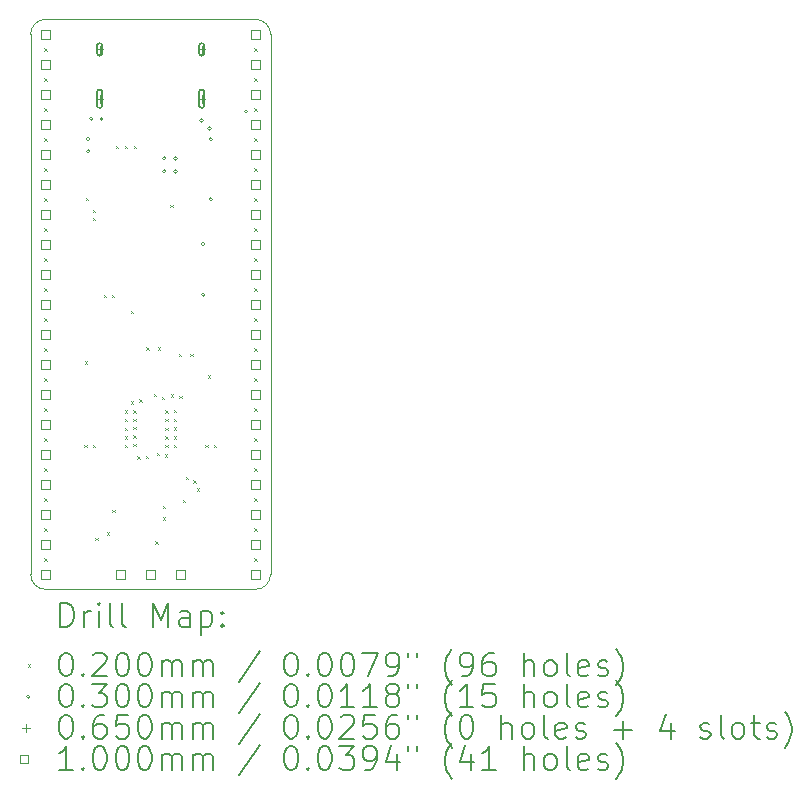
<source format=gbr>
%FSLAX45Y45*%
G04 Gerber Fmt 4.5, Leading zero omitted, Abs format (unit mm)*
G04 Created by KiCad (PCBNEW (6.0.4)) date 2022-05-17 13:59:52*
%MOMM*%
%LPD*%
G01*
G04 APERTURE LIST*
%TA.AperFunction,Profile*%
%ADD10C,0.100000*%
%TD*%
%ADD11C,0.200000*%
%ADD12C,0.020000*%
%ADD13C,0.030000*%
%ADD14C,0.065000*%
%ADD15C,0.100000*%
G04 APERTURE END LIST*
D10*
X13802000Y-2676000D02*
G75*
G03*
X13675000Y-2803000I0J-127000D01*
G01*
X15707000Y-2803000D02*
G75*
G03*
X15580000Y-2676000I-127000J0D01*
G01*
X13675000Y-2803000D02*
X13675000Y-7375000D01*
X15707000Y-7375000D02*
X15707000Y-2803000D01*
X15580000Y-2676000D02*
X13802000Y-2676000D01*
X15580000Y-7502000D02*
G75*
G03*
X15707000Y-7375000I0J127000D01*
G01*
X13675000Y-7375000D02*
G75*
G03*
X13802000Y-7502000I127000J0D01*
G01*
X13802000Y-7502000D02*
X15580000Y-7502000D01*
D11*
D12*
X13792000Y-2920000D02*
X13812000Y-2940000D01*
X13812000Y-2920000D02*
X13792000Y-2940000D01*
X13792000Y-3174000D02*
X13812000Y-3194000D01*
X13812000Y-3174000D02*
X13792000Y-3194000D01*
X13792000Y-3428000D02*
X13812000Y-3448000D01*
X13812000Y-3428000D02*
X13792000Y-3448000D01*
X13792000Y-3682000D02*
X13812000Y-3702000D01*
X13812000Y-3682000D02*
X13792000Y-3702000D01*
X13792000Y-3936000D02*
X13812000Y-3956000D01*
X13812000Y-3936000D02*
X13792000Y-3956000D01*
X13792000Y-4190000D02*
X13812000Y-4210000D01*
X13812000Y-4190000D02*
X13792000Y-4210000D01*
X13792000Y-4444000D02*
X13812000Y-4464000D01*
X13812000Y-4444000D02*
X13792000Y-4464000D01*
X13792000Y-4698000D02*
X13812000Y-4718000D01*
X13812000Y-4698000D02*
X13792000Y-4718000D01*
X13792000Y-4952000D02*
X13812000Y-4972000D01*
X13812000Y-4952000D02*
X13792000Y-4972000D01*
X13792000Y-5206000D02*
X13812000Y-5226000D01*
X13812000Y-5206000D02*
X13792000Y-5226000D01*
X13792000Y-5460000D02*
X13812000Y-5480000D01*
X13812000Y-5460000D02*
X13792000Y-5480000D01*
X13792000Y-5714000D02*
X13812000Y-5734000D01*
X13812000Y-5714000D02*
X13792000Y-5734000D01*
X13792000Y-5968000D02*
X13812000Y-5988000D01*
X13812000Y-5968000D02*
X13792000Y-5988000D01*
X13792000Y-6222000D02*
X13812000Y-6242000D01*
X13812000Y-6222000D02*
X13792000Y-6242000D01*
X13792000Y-6476000D02*
X13812000Y-6496000D01*
X13812000Y-6476000D02*
X13792000Y-6496000D01*
X13792000Y-6730000D02*
X13812000Y-6750000D01*
X13812000Y-6730000D02*
X13792000Y-6750000D01*
X13792000Y-6984000D02*
X13812000Y-7004000D01*
X13812000Y-6984000D02*
X13792000Y-7004000D01*
X13792000Y-7238000D02*
X13812000Y-7258000D01*
X13812000Y-7238000D02*
X13792000Y-7258000D01*
X14130000Y-6279000D02*
X14150000Y-6299000D01*
X14150000Y-6279000D02*
X14130000Y-6299000D01*
X14136000Y-5572000D02*
X14156000Y-5592000D01*
X14156000Y-5572000D02*
X14136000Y-5592000D01*
X14145000Y-4188000D02*
X14165000Y-4208000D01*
X14165000Y-4188000D02*
X14145000Y-4208000D01*
X14202000Y-6279000D02*
X14222000Y-6299000D01*
X14222000Y-6279000D02*
X14202000Y-6299000D01*
X14203000Y-4286000D02*
X14223000Y-4306000D01*
X14223000Y-4286000D02*
X14203000Y-4306000D01*
X14203000Y-4358000D02*
X14223000Y-4378000D01*
X14223000Y-4358000D02*
X14203000Y-4378000D01*
X14223000Y-7064000D02*
X14243000Y-7084000D01*
X14243000Y-7064000D02*
X14223000Y-7084000D01*
X14293000Y-5008000D02*
X14313000Y-5028000D01*
X14313000Y-5008000D02*
X14293000Y-5028000D01*
X14322000Y-7019000D02*
X14342000Y-7039000D01*
X14342000Y-7019000D02*
X14322000Y-7039000D01*
X14365000Y-5007000D02*
X14385000Y-5027000D01*
X14385000Y-5007000D02*
X14365000Y-5027000D01*
X14366000Y-6831000D02*
X14386000Y-6851000D01*
X14386000Y-6831000D02*
X14366000Y-6851000D01*
X14399000Y-3748000D02*
X14419000Y-3768000D01*
X14419000Y-3748000D02*
X14399000Y-3768000D01*
X14472000Y-6059000D02*
X14492000Y-6079000D01*
X14492000Y-6059000D02*
X14472000Y-6079000D01*
X14473000Y-5986000D02*
X14493000Y-6006000D01*
X14493000Y-5986000D02*
X14473000Y-6006000D01*
X14473000Y-6133000D02*
X14493000Y-6153000D01*
X14493000Y-6133000D02*
X14473000Y-6153000D01*
X14473000Y-6205000D02*
X14493000Y-6225000D01*
X14493000Y-6205000D02*
X14473000Y-6225000D01*
X14473000Y-6278000D02*
X14493000Y-6298000D01*
X14493000Y-6278000D02*
X14473000Y-6298000D01*
X14475000Y-3748000D02*
X14495000Y-3768000D01*
X14495000Y-3748000D02*
X14475000Y-3768000D01*
X14521000Y-5143000D02*
X14541000Y-5163000D01*
X14541000Y-5143000D02*
X14521000Y-5163000D01*
X14524000Y-5911000D02*
X14544000Y-5931000D01*
X14544000Y-5911000D02*
X14524000Y-5931000D01*
X14546000Y-5985000D02*
X14566000Y-6005000D01*
X14566000Y-5985000D02*
X14546000Y-6005000D01*
X14546000Y-6055750D02*
X14566000Y-6075750D01*
X14566000Y-6055750D02*
X14546000Y-6075750D01*
X14546000Y-6126500D02*
X14566000Y-6146500D01*
X14566000Y-6126500D02*
X14546000Y-6146500D01*
X14546000Y-6197250D02*
X14566000Y-6217250D01*
X14566000Y-6197250D02*
X14546000Y-6217250D01*
X14546000Y-6268000D02*
X14566000Y-6288000D01*
X14566000Y-6268000D02*
X14546000Y-6288000D01*
X14551000Y-3748000D02*
X14571000Y-3768000D01*
X14571000Y-3748000D02*
X14551000Y-3768000D01*
X14578309Y-6374010D02*
X14598309Y-6394010D01*
X14598309Y-6374010D02*
X14578309Y-6394010D01*
X14594240Y-5891792D02*
X14614240Y-5911792D01*
X14614240Y-5891792D02*
X14594240Y-5911792D01*
X14653000Y-6371000D02*
X14673000Y-6391000D01*
X14673000Y-6371000D02*
X14653000Y-6391000D01*
X14654000Y-5452000D02*
X14674000Y-5472000D01*
X14674000Y-5452000D02*
X14654000Y-5472000D01*
X14717000Y-5844000D02*
X14737000Y-5864000D01*
X14737000Y-5844000D02*
X14717000Y-5864000D01*
X14730000Y-7096000D02*
X14750000Y-7116000D01*
X14750000Y-7096000D02*
X14730000Y-7116000D01*
X14742000Y-6345000D02*
X14762000Y-6365000D01*
X14762000Y-6345000D02*
X14742000Y-6365000D01*
X14750000Y-5452000D02*
X14770000Y-5472000D01*
X14770000Y-5452000D02*
X14750000Y-5472000D01*
X14784000Y-5871000D02*
X14804000Y-5891000D01*
X14804000Y-5871000D02*
X14784000Y-5891000D01*
X14796000Y-6792000D02*
X14816000Y-6812000D01*
X14816000Y-6792000D02*
X14796000Y-6812000D01*
X14796000Y-6891000D02*
X14816000Y-6911000D01*
X14816000Y-6891000D02*
X14796000Y-6911000D01*
X14813000Y-6360000D02*
X14833000Y-6380000D01*
X14833000Y-6360000D02*
X14813000Y-6380000D01*
X14816000Y-5985000D02*
X14836000Y-6005000D01*
X14836000Y-5985000D02*
X14816000Y-6005000D01*
X14816000Y-6058250D02*
X14836000Y-6078250D01*
X14836000Y-6058250D02*
X14816000Y-6078250D01*
X14816000Y-6131500D02*
X14836000Y-6151500D01*
X14836000Y-6131500D02*
X14816000Y-6151500D01*
X14816000Y-6204750D02*
X14836000Y-6224750D01*
X14836000Y-6204750D02*
X14816000Y-6224750D01*
X14816000Y-6278000D02*
X14836000Y-6298000D01*
X14836000Y-6278000D02*
X14816000Y-6298000D01*
X14856500Y-4245500D02*
X14876500Y-4265500D01*
X14876500Y-4245500D02*
X14856500Y-4265500D01*
X14861502Y-5851358D02*
X14881502Y-5871358D01*
X14881502Y-5851358D02*
X14861502Y-5871358D01*
X14888000Y-5984000D02*
X14908000Y-6004000D01*
X14908000Y-5984000D02*
X14888000Y-6004000D01*
X14888000Y-6058000D02*
X14908000Y-6078000D01*
X14908000Y-6058000D02*
X14888000Y-6078000D01*
X14888000Y-6131000D02*
X14908000Y-6151000D01*
X14908000Y-6131000D02*
X14888000Y-6151000D01*
X14888000Y-6280000D02*
X14908000Y-6300000D01*
X14908000Y-6280000D02*
X14888000Y-6300000D01*
X14889000Y-6206000D02*
X14909000Y-6226000D01*
X14909000Y-6206000D02*
X14889000Y-6226000D01*
X14932000Y-5505000D02*
X14952000Y-5525000D01*
X14952000Y-5505000D02*
X14932000Y-5525000D01*
X14934000Y-5864000D02*
X14954000Y-5884000D01*
X14954000Y-5864000D02*
X14934000Y-5884000D01*
X14961831Y-6741890D02*
X14981831Y-6761890D01*
X14981831Y-6741890D02*
X14961831Y-6761890D01*
X14988000Y-6549000D02*
X15008000Y-6569000D01*
X15008000Y-6549000D02*
X14988000Y-6569000D01*
X15027000Y-5505000D02*
X15047000Y-5525000D01*
X15047000Y-5505000D02*
X15027000Y-5525000D01*
X15053000Y-6580000D02*
X15073000Y-6600000D01*
X15073000Y-6580000D02*
X15053000Y-6600000D01*
X15082188Y-6646075D02*
X15102188Y-6666075D01*
X15102188Y-6646075D02*
X15082188Y-6666075D01*
X15155000Y-6276000D02*
X15175000Y-6296000D01*
X15175000Y-6276000D02*
X15155000Y-6296000D01*
X15175000Y-5690000D02*
X15195000Y-5710000D01*
X15195000Y-5690000D02*
X15175000Y-5710000D01*
X15228000Y-6276000D02*
X15248000Y-6296000D01*
X15248000Y-6276000D02*
X15228000Y-6296000D01*
X15570000Y-2920000D02*
X15590000Y-2940000D01*
X15590000Y-2920000D02*
X15570000Y-2940000D01*
X15570000Y-3174000D02*
X15590000Y-3194000D01*
X15590000Y-3174000D02*
X15570000Y-3194000D01*
X15570000Y-3428000D02*
X15590000Y-3448000D01*
X15590000Y-3428000D02*
X15570000Y-3448000D01*
X15570000Y-3682000D02*
X15590000Y-3702000D01*
X15590000Y-3682000D02*
X15570000Y-3702000D01*
X15570000Y-3936000D02*
X15590000Y-3956000D01*
X15590000Y-3936000D02*
X15570000Y-3956000D01*
X15570000Y-4190000D02*
X15590000Y-4210000D01*
X15590000Y-4190000D02*
X15570000Y-4210000D01*
X15570000Y-4444000D02*
X15590000Y-4464000D01*
X15590000Y-4444000D02*
X15570000Y-4464000D01*
X15570000Y-4698000D02*
X15590000Y-4718000D01*
X15590000Y-4698000D02*
X15570000Y-4718000D01*
X15570000Y-4952000D02*
X15590000Y-4972000D01*
X15590000Y-4952000D02*
X15570000Y-4972000D01*
X15570000Y-5206000D02*
X15590000Y-5226000D01*
X15590000Y-5206000D02*
X15570000Y-5226000D01*
X15570000Y-5460000D02*
X15590000Y-5480000D01*
X15590000Y-5460000D02*
X15570000Y-5480000D01*
X15570000Y-5714000D02*
X15590000Y-5734000D01*
X15590000Y-5714000D02*
X15570000Y-5734000D01*
X15570000Y-5968000D02*
X15590000Y-5988000D01*
X15590000Y-5968000D02*
X15570000Y-5988000D01*
X15570000Y-6222000D02*
X15590000Y-6242000D01*
X15590000Y-6222000D02*
X15570000Y-6242000D01*
X15570000Y-6476000D02*
X15590000Y-6496000D01*
X15590000Y-6476000D02*
X15570000Y-6496000D01*
X15570000Y-6730000D02*
X15590000Y-6750000D01*
X15590000Y-6730000D02*
X15570000Y-6750000D01*
X15570000Y-6984000D02*
X15590000Y-7004000D01*
X15590000Y-6984000D02*
X15570000Y-7004000D01*
X15570000Y-7238000D02*
X15590000Y-7258000D01*
X15590000Y-7238000D02*
X15570000Y-7258000D01*
D13*
X14177000Y-3690000D02*
G75*
G03*
X14177000Y-3690000I-15000J0D01*
G01*
X14178000Y-3791000D02*
G75*
G03*
X14178000Y-3791000I-15000J0D01*
G01*
X14204000Y-3519000D02*
G75*
G03*
X14204000Y-3519000I-15000J0D01*
G01*
X14291000Y-3519000D02*
G75*
G03*
X14291000Y-3519000I-15000J0D01*
G01*
X14821000Y-3962000D02*
G75*
G03*
X14821000Y-3962000I-15000J0D01*
G01*
X14822000Y-3853000D02*
G75*
G03*
X14822000Y-3853000I-15000J0D01*
G01*
X14916000Y-3853000D02*
G75*
G03*
X14916000Y-3853000I-15000J0D01*
G01*
X14917000Y-3966000D02*
G75*
G03*
X14917000Y-3966000I-15000J0D01*
G01*
X15136787Y-3532213D02*
G75*
G03*
X15136787Y-3532213I-15000J0D01*
G01*
X15149000Y-4579000D02*
G75*
G03*
X15149000Y-4579000I-15000J0D01*
G01*
X15152000Y-5008000D02*
G75*
G03*
X15152000Y-5008000I-15000J0D01*
G01*
X15203821Y-3599247D02*
G75*
G03*
X15203821Y-3599247I-15000J0D01*
G01*
X15215000Y-4198000D02*
G75*
G03*
X15215000Y-4198000I-15000J0D01*
G01*
X15217000Y-3691000D02*
G75*
G03*
X15217000Y-3691000I-15000J0D01*
G01*
X15514000Y-3455000D02*
G75*
G03*
X15514000Y-3455000I-15000J0D01*
G01*
D14*
X14259000Y-2897500D02*
X14259000Y-2962500D01*
X14226500Y-2930000D02*
X14291500Y-2930000D01*
D11*
X14281500Y-2960000D02*
X14281500Y-2900000D01*
X14236500Y-2960000D02*
X14236500Y-2900000D01*
X14281500Y-2900000D02*
G75*
G03*
X14236500Y-2900000I-22500J0D01*
G01*
X14236500Y-2960000D02*
G75*
G03*
X14281500Y-2960000I22500J0D01*
G01*
D14*
X14259000Y-3315500D02*
X14259000Y-3380500D01*
X14226500Y-3348000D02*
X14291500Y-3348000D01*
D11*
X14281500Y-3403000D02*
X14281500Y-3293000D01*
X14236500Y-3403000D02*
X14236500Y-3293000D01*
X14281500Y-3293000D02*
G75*
G03*
X14236500Y-3293000I-22500J0D01*
G01*
X14236500Y-3403000D02*
G75*
G03*
X14281500Y-3403000I22500J0D01*
G01*
D14*
X15123000Y-2897500D02*
X15123000Y-2962500D01*
X15090500Y-2930000D02*
X15155500Y-2930000D01*
D11*
X15145500Y-2960000D02*
X15145500Y-2900000D01*
X15100500Y-2960000D02*
X15100500Y-2900000D01*
X15145500Y-2900000D02*
G75*
G03*
X15100500Y-2900000I-22500J0D01*
G01*
X15100500Y-2960000D02*
G75*
G03*
X15145500Y-2960000I22500J0D01*
G01*
D14*
X15123000Y-3315500D02*
X15123000Y-3380500D01*
X15090500Y-3348000D02*
X15155500Y-3348000D01*
D11*
X15145500Y-3403000D02*
X15145500Y-3293000D01*
X15100500Y-3403000D02*
X15100500Y-3293000D01*
X15145500Y-3293000D02*
G75*
G03*
X15100500Y-3293000I-22500J0D01*
G01*
X15100500Y-3403000D02*
G75*
G03*
X15145500Y-3403000I22500J0D01*
G01*
D15*
X13837356Y-2838356D02*
X13837356Y-2767644D01*
X13766644Y-2767644D01*
X13766644Y-2838356D01*
X13837356Y-2838356D01*
X13837356Y-3092356D02*
X13837356Y-3021644D01*
X13766644Y-3021644D01*
X13766644Y-3092356D01*
X13837356Y-3092356D01*
X13837356Y-3346356D02*
X13837356Y-3275644D01*
X13766644Y-3275644D01*
X13766644Y-3346356D01*
X13837356Y-3346356D01*
X13837356Y-3600356D02*
X13837356Y-3529644D01*
X13766644Y-3529644D01*
X13766644Y-3600356D01*
X13837356Y-3600356D01*
X13837356Y-3854356D02*
X13837356Y-3783644D01*
X13766644Y-3783644D01*
X13766644Y-3854356D01*
X13837356Y-3854356D01*
X13837356Y-4108356D02*
X13837356Y-4037644D01*
X13766644Y-4037644D01*
X13766644Y-4108356D01*
X13837356Y-4108356D01*
X13837356Y-4362356D02*
X13837356Y-4291644D01*
X13766644Y-4291644D01*
X13766644Y-4362356D01*
X13837356Y-4362356D01*
X13837356Y-4616356D02*
X13837356Y-4545644D01*
X13766644Y-4545644D01*
X13766644Y-4616356D01*
X13837356Y-4616356D01*
X13837356Y-4870356D02*
X13837356Y-4799644D01*
X13766644Y-4799644D01*
X13766644Y-4870356D01*
X13837356Y-4870356D01*
X13837356Y-5124356D02*
X13837356Y-5053644D01*
X13766644Y-5053644D01*
X13766644Y-5124356D01*
X13837356Y-5124356D01*
X13837356Y-5378356D02*
X13837356Y-5307644D01*
X13766644Y-5307644D01*
X13766644Y-5378356D01*
X13837356Y-5378356D01*
X13837356Y-5632356D02*
X13837356Y-5561644D01*
X13766644Y-5561644D01*
X13766644Y-5632356D01*
X13837356Y-5632356D01*
X13837356Y-5886356D02*
X13837356Y-5815644D01*
X13766644Y-5815644D01*
X13766644Y-5886356D01*
X13837356Y-5886356D01*
X13837356Y-6140356D02*
X13837356Y-6069644D01*
X13766644Y-6069644D01*
X13766644Y-6140356D01*
X13837356Y-6140356D01*
X13837356Y-6394356D02*
X13837356Y-6323644D01*
X13766644Y-6323644D01*
X13766644Y-6394356D01*
X13837356Y-6394356D01*
X13837356Y-6648356D02*
X13837356Y-6577644D01*
X13766644Y-6577644D01*
X13766644Y-6648356D01*
X13837356Y-6648356D01*
X13837356Y-6902356D02*
X13837356Y-6831644D01*
X13766644Y-6831644D01*
X13766644Y-6902356D01*
X13837356Y-6902356D01*
X13837356Y-7156356D02*
X13837356Y-7085644D01*
X13766644Y-7085644D01*
X13766644Y-7156356D01*
X13837356Y-7156356D01*
X13837356Y-7410356D02*
X13837356Y-7339644D01*
X13766644Y-7339644D01*
X13766644Y-7410356D01*
X13837356Y-7410356D01*
X14472356Y-7410356D02*
X14472356Y-7339644D01*
X14401644Y-7339644D01*
X14401644Y-7410356D01*
X14472356Y-7410356D01*
X14726356Y-7410356D02*
X14726356Y-7339644D01*
X14655644Y-7339644D01*
X14655644Y-7410356D01*
X14726356Y-7410356D01*
X14980356Y-7410356D02*
X14980356Y-7339644D01*
X14909644Y-7339644D01*
X14909644Y-7410356D01*
X14980356Y-7410356D01*
X15615356Y-2838356D02*
X15615356Y-2767644D01*
X15544644Y-2767644D01*
X15544644Y-2838356D01*
X15615356Y-2838356D01*
X15615356Y-3092356D02*
X15615356Y-3021644D01*
X15544644Y-3021644D01*
X15544644Y-3092356D01*
X15615356Y-3092356D01*
X15615356Y-3346356D02*
X15615356Y-3275644D01*
X15544644Y-3275644D01*
X15544644Y-3346356D01*
X15615356Y-3346356D01*
X15615356Y-3600356D02*
X15615356Y-3529644D01*
X15544644Y-3529644D01*
X15544644Y-3600356D01*
X15615356Y-3600356D01*
X15615356Y-3854356D02*
X15615356Y-3783644D01*
X15544644Y-3783644D01*
X15544644Y-3854356D01*
X15615356Y-3854356D01*
X15615356Y-4108356D02*
X15615356Y-4037644D01*
X15544644Y-4037644D01*
X15544644Y-4108356D01*
X15615356Y-4108356D01*
X15615356Y-4362356D02*
X15615356Y-4291644D01*
X15544644Y-4291644D01*
X15544644Y-4362356D01*
X15615356Y-4362356D01*
X15615356Y-4616356D02*
X15615356Y-4545644D01*
X15544644Y-4545644D01*
X15544644Y-4616356D01*
X15615356Y-4616356D01*
X15615356Y-4870356D02*
X15615356Y-4799644D01*
X15544644Y-4799644D01*
X15544644Y-4870356D01*
X15615356Y-4870356D01*
X15615356Y-5124356D02*
X15615356Y-5053644D01*
X15544644Y-5053644D01*
X15544644Y-5124356D01*
X15615356Y-5124356D01*
X15615356Y-5378356D02*
X15615356Y-5307644D01*
X15544644Y-5307644D01*
X15544644Y-5378356D01*
X15615356Y-5378356D01*
X15615356Y-5632356D02*
X15615356Y-5561644D01*
X15544644Y-5561644D01*
X15544644Y-5632356D01*
X15615356Y-5632356D01*
X15615356Y-5886356D02*
X15615356Y-5815644D01*
X15544644Y-5815644D01*
X15544644Y-5886356D01*
X15615356Y-5886356D01*
X15615356Y-6140356D02*
X15615356Y-6069644D01*
X15544644Y-6069644D01*
X15544644Y-6140356D01*
X15615356Y-6140356D01*
X15615356Y-6394356D02*
X15615356Y-6323644D01*
X15544644Y-6323644D01*
X15544644Y-6394356D01*
X15615356Y-6394356D01*
X15615356Y-6648356D02*
X15615356Y-6577644D01*
X15544644Y-6577644D01*
X15544644Y-6648356D01*
X15615356Y-6648356D01*
X15615356Y-6902356D02*
X15615356Y-6831644D01*
X15544644Y-6831644D01*
X15544644Y-6902356D01*
X15615356Y-6902356D01*
X15615356Y-7156356D02*
X15615356Y-7085644D01*
X15544644Y-7085644D01*
X15544644Y-7156356D01*
X15615356Y-7156356D01*
X15615356Y-7410356D02*
X15615356Y-7339644D01*
X15544644Y-7339644D01*
X15544644Y-7410356D01*
X15615356Y-7410356D01*
D11*
X13927619Y-7817476D02*
X13927619Y-7617476D01*
X13975238Y-7617476D01*
X14003809Y-7627000D01*
X14022857Y-7646048D01*
X14032381Y-7665095D01*
X14041905Y-7703190D01*
X14041905Y-7731762D01*
X14032381Y-7769857D01*
X14022857Y-7788905D01*
X14003809Y-7807952D01*
X13975238Y-7817476D01*
X13927619Y-7817476D01*
X14127619Y-7817476D02*
X14127619Y-7684143D01*
X14127619Y-7722238D02*
X14137143Y-7703190D01*
X14146667Y-7693667D01*
X14165714Y-7684143D01*
X14184762Y-7684143D01*
X14251428Y-7817476D02*
X14251428Y-7684143D01*
X14251428Y-7617476D02*
X14241905Y-7627000D01*
X14251428Y-7636524D01*
X14260952Y-7627000D01*
X14251428Y-7617476D01*
X14251428Y-7636524D01*
X14375238Y-7817476D02*
X14356190Y-7807952D01*
X14346667Y-7788905D01*
X14346667Y-7617476D01*
X14480000Y-7817476D02*
X14460952Y-7807952D01*
X14451428Y-7788905D01*
X14451428Y-7617476D01*
X14708571Y-7817476D02*
X14708571Y-7617476D01*
X14775238Y-7760333D01*
X14841905Y-7617476D01*
X14841905Y-7817476D01*
X15022857Y-7817476D02*
X15022857Y-7712714D01*
X15013333Y-7693667D01*
X14994286Y-7684143D01*
X14956190Y-7684143D01*
X14937143Y-7693667D01*
X15022857Y-7807952D02*
X15003809Y-7817476D01*
X14956190Y-7817476D01*
X14937143Y-7807952D01*
X14927619Y-7788905D01*
X14927619Y-7769857D01*
X14937143Y-7750809D01*
X14956190Y-7741286D01*
X15003809Y-7741286D01*
X15022857Y-7731762D01*
X15118095Y-7684143D02*
X15118095Y-7884143D01*
X15118095Y-7693667D02*
X15137143Y-7684143D01*
X15175238Y-7684143D01*
X15194286Y-7693667D01*
X15203809Y-7703190D01*
X15213333Y-7722238D01*
X15213333Y-7779381D01*
X15203809Y-7798428D01*
X15194286Y-7807952D01*
X15175238Y-7817476D01*
X15137143Y-7817476D01*
X15118095Y-7807952D01*
X15299048Y-7798428D02*
X15308571Y-7807952D01*
X15299048Y-7817476D01*
X15289524Y-7807952D01*
X15299048Y-7798428D01*
X15299048Y-7817476D01*
X15299048Y-7693667D02*
X15308571Y-7703190D01*
X15299048Y-7712714D01*
X15289524Y-7703190D01*
X15299048Y-7693667D01*
X15299048Y-7712714D01*
D12*
X13650000Y-8137000D02*
X13670000Y-8157000D01*
X13670000Y-8137000D02*
X13650000Y-8157000D01*
D11*
X13965714Y-8037476D02*
X13984762Y-8037476D01*
X14003809Y-8047000D01*
X14013333Y-8056524D01*
X14022857Y-8075571D01*
X14032381Y-8113667D01*
X14032381Y-8161286D01*
X14022857Y-8199381D01*
X14013333Y-8218428D01*
X14003809Y-8227952D01*
X13984762Y-8237476D01*
X13965714Y-8237476D01*
X13946667Y-8227952D01*
X13937143Y-8218428D01*
X13927619Y-8199381D01*
X13918095Y-8161286D01*
X13918095Y-8113667D01*
X13927619Y-8075571D01*
X13937143Y-8056524D01*
X13946667Y-8047000D01*
X13965714Y-8037476D01*
X14118095Y-8218428D02*
X14127619Y-8227952D01*
X14118095Y-8237476D01*
X14108571Y-8227952D01*
X14118095Y-8218428D01*
X14118095Y-8237476D01*
X14203809Y-8056524D02*
X14213333Y-8047000D01*
X14232381Y-8037476D01*
X14280000Y-8037476D01*
X14299048Y-8047000D01*
X14308571Y-8056524D01*
X14318095Y-8075571D01*
X14318095Y-8094619D01*
X14308571Y-8123190D01*
X14194286Y-8237476D01*
X14318095Y-8237476D01*
X14441905Y-8037476D02*
X14460952Y-8037476D01*
X14480000Y-8047000D01*
X14489524Y-8056524D01*
X14499048Y-8075571D01*
X14508571Y-8113667D01*
X14508571Y-8161286D01*
X14499048Y-8199381D01*
X14489524Y-8218428D01*
X14480000Y-8227952D01*
X14460952Y-8237476D01*
X14441905Y-8237476D01*
X14422857Y-8227952D01*
X14413333Y-8218428D01*
X14403809Y-8199381D01*
X14394286Y-8161286D01*
X14394286Y-8113667D01*
X14403809Y-8075571D01*
X14413333Y-8056524D01*
X14422857Y-8047000D01*
X14441905Y-8037476D01*
X14632381Y-8037476D02*
X14651428Y-8037476D01*
X14670476Y-8047000D01*
X14680000Y-8056524D01*
X14689524Y-8075571D01*
X14699048Y-8113667D01*
X14699048Y-8161286D01*
X14689524Y-8199381D01*
X14680000Y-8218428D01*
X14670476Y-8227952D01*
X14651428Y-8237476D01*
X14632381Y-8237476D01*
X14613333Y-8227952D01*
X14603809Y-8218428D01*
X14594286Y-8199381D01*
X14584762Y-8161286D01*
X14584762Y-8113667D01*
X14594286Y-8075571D01*
X14603809Y-8056524D01*
X14613333Y-8047000D01*
X14632381Y-8037476D01*
X14784762Y-8237476D02*
X14784762Y-8104143D01*
X14784762Y-8123190D02*
X14794286Y-8113667D01*
X14813333Y-8104143D01*
X14841905Y-8104143D01*
X14860952Y-8113667D01*
X14870476Y-8132714D01*
X14870476Y-8237476D01*
X14870476Y-8132714D02*
X14880000Y-8113667D01*
X14899048Y-8104143D01*
X14927619Y-8104143D01*
X14946667Y-8113667D01*
X14956190Y-8132714D01*
X14956190Y-8237476D01*
X15051428Y-8237476D02*
X15051428Y-8104143D01*
X15051428Y-8123190D02*
X15060952Y-8113667D01*
X15080000Y-8104143D01*
X15108571Y-8104143D01*
X15127619Y-8113667D01*
X15137143Y-8132714D01*
X15137143Y-8237476D01*
X15137143Y-8132714D02*
X15146667Y-8113667D01*
X15165714Y-8104143D01*
X15194286Y-8104143D01*
X15213333Y-8113667D01*
X15222857Y-8132714D01*
X15222857Y-8237476D01*
X15613333Y-8027952D02*
X15441905Y-8285095D01*
X15870476Y-8037476D02*
X15889524Y-8037476D01*
X15908571Y-8047000D01*
X15918095Y-8056524D01*
X15927619Y-8075571D01*
X15937143Y-8113667D01*
X15937143Y-8161286D01*
X15927619Y-8199381D01*
X15918095Y-8218428D01*
X15908571Y-8227952D01*
X15889524Y-8237476D01*
X15870476Y-8237476D01*
X15851428Y-8227952D01*
X15841905Y-8218428D01*
X15832381Y-8199381D01*
X15822857Y-8161286D01*
X15822857Y-8113667D01*
X15832381Y-8075571D01*
X15841905Y-8056524D01*
X15851428Y-8047000D01*
X15870476Y-8037476D01*
X16022857Y-8218428D02*
X16032381Y-8227952D01*
X16022857Y-8237476D01*
X16013333Y-8227952D01*
X16022857Y-8218428D01*
X16022857Y-8237476D01*
X16156190Y-8037476D02*
X16175238Y-8037476D01*
X16194286Y-8047000D01*
X16203809Y-8056524D01*
X16213333Y-8075571D01*
X16222857Y-8113667D01*
X16222857Y-8161286D01*
X16213333Y-8199381D01*
X16203809Y-8218428D01*
X16194286Y-8227952D01*
X16175238Y-8237476D01*
X16156190Y-8237476D01*
X16137143Y-8227952D01*
X16127619Y-8218428D01*
X16118095Y-8199381D01*
X16108571Y-8161286D01*
X16108571Y-8113667D01*
X16118095Y-8075571D01*
X16127619Y-8056524D01*
X16137143Y-8047000D01*
X16156190Y-8037476D01*
X16346667Y-8037476D02*
X16365714Y-8037476D01*
X16384762Y-8047000D01*
X16394286Y-8056524D01*
X16403809Y-8075571D01*
X16413333Y-8113667D01*
X16413333Y-8161286D01*
X16403809Y-8199381D01*
X16394286Y-8218428D01*
X16384762Y-8227952D01*
X16365714Y-8237476D01*
X16346667Y-8237476D01*
X16327619Y-8227952D01*
X16318095Y-8218428D01*
X16308571Y-8199381D01*
X16299048Y-8161286D01*
X16299048Y-8113667D01*
X16308571Y-8075571D01*
X16318095Y-8056524D01*
X16327619Y-8047000D01*
X16346667Y-8037476D01*
X16480000Y-8037476D02*
X16613333Y-8037476D01*
X16527619Y-8237476D01*
X16699048Y-8237476D02*
X16737143Y-8237476D01*
X16756190Y-8227952D01*
X16765714Y-8218428D01*
X16784762Y-8189857D01*
X16794286Y-8151762D01*
X16794286Y-8075571D01*
X16784762Y-8056524D01*
X16775238Y-8047000D01*
X16756190Y-8037476D01*
X16718095Y-8037476D01*
X16699048Y-8047000D01*
X16689524Y-8056524D01*
X16680000Y-8075571D01*
X16680000Y-8123190D01*
X16689524Y-8142238D01*
X16699048Y-8151762D01*
X16718095Y-8161286D01*
X16756190Y-8161286D01*
X16775238Y-8151762D01*
X16784762Y-8142238D01*
X16794286Y-8123190D01*
X16870476Y-8037476D02*
X16870476Y-8075571D01*
X16946667Y-8037476D02*
X16946667Y-8075571D01*
X17241905Y-8313667D02*
X17232381Y-8304143D01*
X17213333Y-8275571D01*
X17203810Y-8256524D01*
X17194286Y-8227952D01*
X17184762Y-8180333D01*
X17184762Y-8142238D01*
X17194286Y-8094619D01*
X17203810Y-8066048D01*
X17213333Y-8047000D01*
X17232381Y-8018428D01*
X17241905Y-8008905D01*
X17327619Y-8237476D02*
X17365714Y-8237476D01*
X17384762Y-8227952D01*
X17394286Y-8218428D01*
X17413333Y-8189857D01*
X17422857Y-8151762D01*
X17422857Y-8075571D01*
X17413333Y-8056524D01*
X17403810Y-8047000D01*
X17384762Y-8037476D01*
X17346667Y-8037476D01*
X17327619Y-8047000D01*
X17318095Y-8056524D01*
X17308571Y-8075571D01*
X17308571Y-8123190D01*
X17318095Y-8142238D01*
X17327619Y-8151762D01*
X17346667Y-8161286D01*
X17384762Y-8161286D01*
X17403810Y-8151762D01*
X17413333Y-8142238D01*
X17422857Y-8123190D01*
X17594286Y-8037476D02*
X17556190Y-8037476D01*
X17537143Y-8047000D01*
X17527619Y-8056524D01*
X17508571Y-8085095D01*
X17499048Y-8123190D01*
X17499048Y-8199381D01*
X17508571Y-8218428D01*
X17518095Y-8227952D01*
X17537143Y-8237476D01*
X17575238Y-8237476D01*
X17594286Y-8227952D01*
X17603810Y-8218428D01*
X17613333Y-8199381D01*
X17613333Y-8151762D01*
X17603810Y-8132714D01*
X17594286Y-8123190D01*
X17575238Y-8113667D01*
X17537143Y-8113667D01*
X17518095Y-8123190D01*
X17508571Y-8132714D01*
X17499048Y-8151762D01*
X17851429Y-8237476D02*
X17851429Y-8037476D01*
X17937143Y-8237476D02*
X17937143Y-8132714D01*
X17927619Y-8113667D01*
X17908571Y-8104143D01*
X17880000Y-8104143D01*
X17860952Y-8113667D01*
X17851429Y-8123190D01*
X18060952Y-8237476D02*
X18041905Y-8227952D01*
X18032381Y-8218428D01*
X18022857Y-8199381D01*
X18022857Y-8142238D01*
X18032381Y-8123190D01*
X18041905Y-8113667D01*
X18060952Y-8104143D01*
X18089524Y-8104143D01*
X18108571Y-8113667D01*
X18118095Y-8123190D01*
X18127619Y-8142238D01*
X18127619Y-8199381D01*
X18118095Y-8218428D01*
X18108571Y-8227952D01*
X18089524Y-8237476D01*
X18060952Y-8237476D01*
X18241905Y-8237476D02*
X18222857Y-8227952D01*
X18213333Y-8208905D01*
X18213333Y-8037476D01*
X18394286Y-8227952D02*
X18375238Y-8237476D01*
X18337143Y-8237476D01*
X18318095Y-8227952D01*
X18308571Y-8208905D01*
X18308571Y-8132714D01*
X18318095Y-8113667D01*
X18337143Y-8104143D01*
X18375238Y-8104143D01*
X18394286Y-8113667D01*
X18403810Y-8132714D01*
X18403810Y-8151762D01*
X18308571Y-8170809D01*
X18480000Y-8227952D02*
X18499048Y-8237476D01*
X18537143Y-8237476D01*
X18556190Y-8227952D01*
X18565714Y-8208905D01*
X18565714Y-8199381D01*
X18556190Y-8180333D01*
X18537143Y-8170809D01*
X18508571Y-8170809D01*
X18489524Y-8161286D01*
X18480000Y-8142238D01*
X18480000Y-8132714D01*
X18489524Y-8113667D01*
X18508571Y-8104143D01*
X18537143Y-8104143D01*
X18556190Y-8113667D01*
X18632381Y-8313667D02*
X18641905Y-8304143D01*
X18660952Y-8275571D01*
X18670476Y-8256524D01*
X18680000Y-8227952D01*
X18689524Y-8180333D01*
X18689524Y-8142238D01*
X18680000Y-8094619D01*
X18670476Y-8066048D01*
X18660952Y-8047000D01*
X18641905Y-8018428D01*
X18632381Y-8008905D01*
D13*
X13670000Y-8411000D02*
G75*
G03*
X13670000Y-8411000I-15000J0D01*
G01*
D11*
X13965714Y-8301476D02*
X13984762Y-8301476D01*
X14003809Y-8311000D01*
X14013333Y-8320524D01*
X14022857Y-8339571D01*
X14032381Y-8377667D01*
X14032381Y-8425286D01*
X14022857Y-8463381D01*
X14013333Y-8482429D01*
X14003809Y-8491952D01*
X13984762Y-8501476D01*
X13965714Y-8501476D01*
X13946667Y-8491952D01*
X13937143Y-8482429D01*
X13927619Y-8463381D01*
X13918095Y-8425286D01*
X13918095Y-8377667D01*
X13927619Y-8339571D01*
X13937143Y-8320524D01*
X13946667Y-8311000D01*
X13965714Y-8301476D01*
X14118095Y-8482429D02*
X14127619Y-8491952D01*
X14118095Y-8501476D01*
X14108571Y-8491952D01*
X14118095Y-8482429D01*
X14118095Y-8501476D01*
X14194286Y-8301476D02*
X14318095Y-8301476D01*
X14251428Y-8377667D01*
X14280000Y-8377667D01*
X14299048Y-8387190D01*
X14308571Y-8396714D01*
X14318095Y-8415762D01*
X14318095Y-8463381D01*
X14308571Y-8482429D01*
X14299048Y-8491952D01*
X14280000Y-8501476D01*
X14222857Y-8501476D01*
X14203809Y-8491952D01*
X14194286Y-8482429D01*
X14441905Y-8301476D02*
X14460952Y-8301476D01*
X14480000Y-8311000D01*
X14489524Y-8320524D01*
X14499048Y-8339571D01*
X14508571Y-8377667D01*
X14508571Y-8425286D01*
X14499048Y-8463381D01*
X14489524Y-8482429D01*
X14480000Y-8491952D01*
X14460952Y-8501476D01*
X14441905Y-8501476D01*
X14422857Y-8491952D01*
X14413333Y-8482429D01*
X14403809Y-8463381D01*
X14394286Y-8425286D01*
X14394286Y-8377667D01*
X14403809Y-8339571D01*
X14413333Y-8320524D01*
X14422857Y-8311000D01*
X14441905Y-8301476D01*
X14632381Y-8301476D02*
X14651428Y-8301476D01*
X14670476Y-8311000D01*
X14680000Y-8320524D01*
X14689524Y-8339571D01*
X14699048Y-8377667D01*
X14699048Y-8425286D01*
X14689524Y-8463381D01*
X14680000Y-8482429D01*
X14670476Y-8491952D01*
X14651428Y-8501476D01*
X14632381Y-8501476D01*
X14613333Y-8491952D01*
X14603809Y-8482429D01*
X14594286Y-8463381D01*
X14584762Y-8425286D01*
X14584762Y-8377667D01*
X14594286Y-8339571D01*
X14603809Y-8320524D01*
X14613333Y-8311000D01*
X14632381Y-8301476D01*
X14784762Y-8501476D02*
X14784762Y-8368143D01*
X14784762Y-8387190D02*
X14794286Y-8377667D01*
X14813333Y-8368143D01*
X14841905Y-8368143D01*
X14860952Y-8377667D01*
X14870476Y-8396714D01*
X14870476Y-8501476D01*
X14870476Y-8396714D02*
X14880000Y-8377667D01*
X14899048Y-8368143D01*
X14927619Y-8368143D01*
X14946667Y-8377667D01*
X14956190Y-8396714D01*
X14956190Y-8501476D01*
X15051428Y-8501476D02*
X15051428Y-8368143D01*
X15051428Y-8387190D02*
X15060952Y-8377667D01*
X15080000Y-8368143D01*
X15108571Y-8368143D01*
X15127619Y-8377667D01*
X15137143Y-8396714D01*
X15137143Y-8501476D01*
X15137143Y-8396714D02*
X15146667Y-8377667D01*
X15165714Y-8368143D01*
X15194286Y-8368143D01*
X15213333Y-8377667D01*
X15222857Y-8396714D01*
X15222857Y-8501476D01*
X15613333Y-8291952D02*
X15441905Y-8549095D01*
X15870476Y-8301476D02*
X15889524Y-8301476D01*
X15908571Y-8311000D01*
X15918095Y-8320524D01*
X15927619Y-8339571D01*
X15937143Y-8377667D01*
X15937143Y-8425286D01*
X15927619Y-8463381D01*
X15918095Y-8482429D01*
X15908571Y-8491952D01*
X15889524Y-8501476D01*
X15870476Y-8501476D01*
X15851428Y-8491952D01*
X15841905Y-8482429D01*
X15832381Y-8463381D01*
X15822857Y-8425286D01*
X15822857Y-8377667D01*
X15832381Y-8339571D01*
X15841905Y-8320524D01*
X15851428Y-8311000D01*
X15870476Y-8301476D01*
X16022857Y-8482429D02*
X16032381Y-8491952D01*
X16022857Y-8501476D01*
X16013333Y-8491952D01*
X16022857Y-8482429D01*
X16022857Y-8501476D01*
X16156190Y-8301476D02*
X16175238Y-8301476D01*
X16194286Y-8311000D01*
X16203809Y-8320524D01*
X16213333Y-8339571D01*
X16222857Y-8377667D01*
X16222857Y-8425286D01*
X16213333Y-8463381D01*
X16203809Y-8482429D01*
X16194286Y-8491952D01*
X16175238Y-8501476D01*
X16156190Y-8501476D01*
X16137143Y-8491952D01*
X16127619Y-8482429D01*
X16118095Y-8463381D01*
X16108571Y-8425286D01*
X16108571Y-8377667D01*
X16118095Y-8339571D01*
X16127619Y-8320524D01*
X16137143Y-8311000D01*
X16156190Y-8301476D01*
X16413333Y-8501476D02*
X16299048Y-8501476D01*
X16356190Y-8501476D02*
X16356190Y-8301476D01*
X16337143Y-8330048D01*
X16318095Y-8349095D01*
X16299048Y-8358619D01*
X16603809Y-8501476D02*
X16489524Y-8501476D01*
X16546667Y-8501476D02*
X16546667Y-8301476D01*
X16527619Y-8330048D01*
X16508571Y-8349095D01*
X16489524Y-8358619D01*
X16718095Y-8387190D02*
X16699048Y-8377667D01*
X16689524Y-8368143D01*
X16680000Y-8349095D01*
X16680000Y-8339571D01*
X16689524Y-8320524D01*
X16699048Y-8311000D01*
X16718095Y-8301476D01*
X16756190Y-8301476D01*
X16775238Y-8311000D01*
X16784762Y-8320524D01*
X16794286Y-8339571D01*
X16794286Y-8349095D01*
X16784762Y-8368143D01*
X16775238Y-8377667D01*
X16756190Y-8387190D01*
X16718095Y-8387190D01*
X16699048Y-8396714D01*
X16689524Y-8406238D01*
X16680000Y-8425286D01*
X16680000Y-8463381D01*
X16689524Y-8482429D01*
X16699048Y-8491952D01*
X16718095Y-8501476D01*
X16756190Y-8501476D01*
X16775238Y-8491952D01*
X16784762Y-8482429D01*
X16794286Y-8463381D01*
X16794286Y-8425286D01*
X16784762Y-8406238D01*
X16775238Y-8396714D01*
X16756190Y-8387190D01*
X16870476Y-8301476D02*
X16870476Y-8339571D01*
X16946667Y-8301476D02*
X16946667Y-8339571D01*
X17241905Y-8577667D02*
X17232381Y-8568143D01*
X17213333Y-8539571D01*
X17203810Y-8520524D01*
X17194286Y-8491952D01*
X17184762Y-8444333D01*
X17184762Y-8406238D01*
X17194286Y-8358619D01*
X17203810Y-8330048D01*
X17213333Y-8311000D01*
X17232381Y-8282428D01*
X17241905Y-8272905D01*
X17422857Y-8501476D02*
X17308571Y-8501476D01*
X17365714Y-8501476D02*
X17365714Y-8301476D01*
X17346667Y-8330048D01*
X17327619Y-8349095D01*
X17308571Y-8358619D01*
X17603810Y-8301476D02*
X17508571Y-8301476D01*
X17499048Y-8396714D01*
X17508571Y-8387190D01*
X17527619Y-8377667D01*
X17575238Y-8377667D01*
X17594286Y-8387190D01*
X17603810Y-8396714D01*
X17613333Y-8415762D01*
X17613333Y-8463381D01*
X17603810Y-8482429D01*
X17594286Y-8491952D01*
X17575238Y-8501476D01*
X17527619Y-8501476D01*
X17508571Y-8491952D01*
X17499048Y-8482429D01*
X17851429Y-8501476D02*
X17851429Y-8301476D01*
X17937143Y-8501476D02*
X17937143Y-8396714D01*
X17927619Y-8377667D01*
X17908571Y-8368143D01*
X17880000Y-8368143D01*
X17860952Y-8377667D01*
X17851429Y-8387190D01*
X18060952Y-8501476D02*
X18041905Y-8491952D01*
X18032381Y-8482429D01*
X18022857Y-8463381D01*
X18022857Y-8406238D01*
X18032381Y-8387190D01*
X18041905Y-8377667D01*
X18060952Y-8368143D01*
X18089524Y-8368143D01*
X18108571Y-8377667D01*
X18118095Y-8387190D01*
X18127619Y-8406238D01*
X18127619Y-8463381D01*
X18118095Y-8482429D01*
X18108571Y-8491952D01*
X18089524Y-8501476D01*
X18060952Y-8501476D01*
X18241905Y-8501476D02*
X18222857Y-8491952D01*
X18213333Y-8472905D01*
X18213333Y-8301476D01*
X18394286Y-8491952D02*
X18375238Y-8501476D01*
X18337143Y-8501476D01*
X18318095Y-8491952D01*
X18308571Y-8472905D01*
X18308571Y-8396714D01*
X18318095Y-8377667D01*
X18337143Y-8368143D01*
X18375238Y-8368143D01*
X18394286Y-8377667D01*
X18403810Y-8396714D01*
X18403810Y-8415762D01*
X18308571Y-8434810D01*
X18480000Y-8491952D02*
X18499048Y-8501476D01*
X18537143Y-8501476D01*
X18556190Y-8491952D01*
X18565714Y-8472905D01*
X18565714Y-8463381D01*
X18556190Y-8444333D01*
X18537143Y-8434810D01*
X18508571Y-8434810D01*
X18489524Y-8425286D01*
X18480000Y-8406238D01*
X18480000Y-8396714D01*
X18489524Y-8377667D01*
X18508571Y-8368143D01*
X18537143Y-8368143D01*
X18556190Y-8377667D01*
X18632381Y-8577667D02*
X18641905Y-8568143D01*
X18660952Y-8539571D01*
X18670476Y-8520524D01*
X18680000Y-8491952D01*
X18689524Y-8444333D01*
X18689524Y-8406238D01*
X18680000Y-8358619D01*
X18670476Y-8330048D01*
X18660952Y-8311000D01*
X18641905Y-8282428D01*
X18632381Y-8272905D01*
D14*
X13637500Y-8642500D02*
X13637500Y-8707500D01*
X13605000Y-8675000D02*
X13670000Y-8675000D01*
D11*
X13965714Y-8565476D02*
X13984762Y-8565476D01*
X14003809Y-8575000D01*
X14013333Y-8584524D01*
X14022857Y-8603571D01*
X14032381Y-8641667D01*
X14032381Y-8689286D01*
X14022857Y-8727381D01*
X14013333Y-8746429D01*
X14003809Y-8755952D01*
X13984762Y-8765476D01*
X13965714Y-8765476D01*
X13946667Y-8755952D01*
X13937143Y-8746429D01*
X13927619Y-8727381D01*
X13918095Y-8689286D01*
X13918095Y-8641667D01*
X13927619Y-8603571D01*
X13937143Y-8584524D01*
X13946667Y-8575000D01*
X13965714Y-8565476D01*
X14118095Y-8746429D02*
X14127619Y-8755952D01*
X14118095Y-8765476D01*
X14108571Y-8755952D01*
X14118095Y-8746429D01*
X14118095Y-8765476D01*
X14299048Y-8565476D02*
X14260952Y-8565476D01*
X14241905Y-8575000D01*
X14232381Y-8584524D01*
X14213333Y-8613095D01*
X14203809Y-8651190D01*
X14203809Y-8727381D01*
X14213333Y-8746429D01*
X14222857Y-8755952D01*
X14241905Y-8765476D01*
X14280000Y-8765476D01*
X14299048Y-8755952D01*
X14308571Y-8746429D01*
X14318095Y-8727381D01*
X14318095Y-8679762D01*
X14308571Y-8660714D01*
X14299048Y-8651190D01*
X14280000Y-8641667D01*
X14241905Y-8641667D01*
X14222857Y-8651190D01*
X14213333Y-8660714D01*
X14203809Y-8679762D01*
X14499048Y-8565476D02*
X14403809Y-8565476D01*
X14394286Y-8660714D01*
X14403809Y-8651190D01*
X14422857Y-8641667D01*
X14470476Y-8641667D01*
X14489524Y-8651190D01*
X14499048Y-8660714D01*
X14508571Y-8679762D01*
X14508571Y-8727381D01*
X14499048Y-8746429D01*
X14489524Y-8755952D01*
X14470476Y-8765476D01*
X14422857Y-8765476D01*
X14403809Y-8755952D01*
X14394286Y-8746429D01*
X14632381Y-8565476D02*
X14651428Y-8565476D01*
X14670476Y-8575000D01*
X14680000Y-8584524D01*
X14689524Y-8603571D01*
X14699048Y-8641667D01*
X14699048Y-8689286D01*
X14689524Y-8727381D01*
X14680000Y-8746429D01*
X14670476Y-8755952D01*
X14651428Y-8765476D01*
X14632381Y-8765476D01*
X14613333Y-8755952D01*
X14603809Y-8746429D01*
X14594286Y-8727381D01*
X14584762Y-8689286D01*
X14584762Y-8641667D01*
X14594286Y-8603571D01*
X14603809Y-8584524D01*
X14613333Y-8575000D01*
X14632381Y-8565476D01*
X14784762Y-8765476D02*
X14784762Y-8632143D01*
X14784762Y-8651190D02*
X14794286Y-8641667D01*
X14813333Y-8632143D01*
X14841905Y-8632143D01*
X14860952Y-8641667D01*
X14870476Y-8660714D01*
X14870476Y-8765476D01*
X14870476Y-8660714D02*
X14880000Y-8641667D01*
X14899048Y-8632143D01*
X14927619Y-8632143D01*
X14946667Y-8641667D01*
X14956190Y-8660714D01*
X14956190Y-8765476D01*
X15051428Y-8765476D02*
X15051428Y-8632143D01*
X15051428Y-8651190D02*
X15060952Y-8641667D01*
X15080000Y-8632143D01*
X15108571Y-8632143D01*
X15127619Y-8641667D01*
X15137143Y-8660714D01*
X15137143Y-8765476D01*
X15137143Y-8660714D02*
X15146667Y-8641667D01*
X15165714Y-8632143D01*
X15194286Y-8632143D01*
X15213333Y-8641667D01*
X15222857Y-8660714D01*
X15222857Y-8765476D01*
X15613333Y-8555952D02*
X15441905Y-8813095D01*
X15870476Y-8565476D02*
X15889524Y-8565476D01*
X15908571Y-8575000D01*
X15918095Y-8584524D01*
X15927619Y-8603571D01*
X15937143Y-8641667D01*
X15937143Y-8689286D01*
X15927619Y-8727381D01*
X15918095Y-8746429D01*
X15908571Y-8755952D01*
X15889524Y-8765476D01*
X15870476Y-8765476D01*
X15851428Y-8755952D01*
X15841905Y-8746429D01*
X15832381Y-8727381D01*
X15822857Y-8689286D01*
X15822857Y-8641667D01*
X15832381Y-8603571D01*
X15841905Y-8584524D01*
X15851428Y-8575000D01*
X15870476Y-8565476D01*
X16022857Y-8746429D02*
X16032381Y-8755952D01*
X16022857Y-8765476D01*
X16013333Y-8755952D01*
X16022857Y-8746429D01*
X16022857Y-8765476D01*
X16156190Y-8565476D02*
X16175238Y-8565476D01*
X16194286Y-8575000D01*
X16203809Y-8584524D01*
X16213333Y-8603571D01*
X16222857Y-8641667D01*
X16222857Y-8689286D01*
X16213333Y-8727381D01*
X16203809Y-8746429D01*
X16194286Y-8755952D01*
X16175238Y-8765476D01*
X16156190Y-8765476D01*
X16137143Y-8755952D01*
X16127619Y-8746429D01*
X16118095Y-8727381D01*
X16108571Y-8689286D01*
X16108571Y-8641667D01*
X16118095Y-8603571D01*
X16127619Y-8584524D01*
X16137143Y-8575000D01*
X16156190Y-8565476D01*
X16299048Y-8584524D02*
X16308571Y-8575000D01*
X16327619Y-8565476D01*
X16375238Y-8565476D01*
X16394286Y-8575000D01*
X16403809Y-8584524D01*
X16413333Y-8603571D01*
X16413333Y-8622619D01*
X16403809Y-8651190D01*
X16289524Y-8765476D01*
X16413333Y-8765476D01*
X16594286Y-8565476D02*
X16499048Y-8565476D01*
X16489524Y-8660714D01*
X16499048Y-8651190D01*
X16518095Y-8641667D01*
X16565714Y-8641667D01*
X16584762Y-8651190D01*
X16594286Y-8660714D01*
X16603809Y-8679762D01*
X16603809Y-8727381D01*
X16594286Y-8746429D01*
X16584762Y-8755952D01*
X16565714Y-8765476D01*
X16518095Y-8765476D01*
X16499048Y-8755952D01*
X16489524Y-8746429D01*
X16775238Y-8565476D02*
X16737143Y-8565476D01*
X16718095Y-8575000D01*
X16708571Y-8584524D01*
X16689524Y-8613095D01*
X16680000Y-8651190D01*
X16680000Y-8727381D01*
X16689524Y-8746429D01*
X16699048Y-8755952D01*
X16718095Y-8765476D01*
X16756190Y-8765476D01*
X16775238Y-8755952D01*
X16784762Y-8746429D01*
X16794286Y-8727381D01*
X16794286Y-8679762D01*
X16784762Y-8660714D01*
X16775238Y-8651190D01*
X16756190Y-8641667D01*
X16718095Y-8641667D01*
X16699048Y-8651190D01*
X16689524Y-8660714D01*
X16680000Y-8679762D01*
X16870476Y-8565476D02*
X16870476Y-8603571D01*
X16946667Y-8565476D02*
X16946667Y-8603571D01*
X17241905Y-8841667D02*
X17232381Y-8832143D01*
X17213333Y-8803571D01*
X17203810Y-8784524D01*
X17194286Y-8755952D01*
X17184762Y-8708333D01*
X17184762Y-8670238D01*
X17194286Y-8622619D01*
X17203810Y-8594048D01*
X17213333Y-8575000D01*
X17232381Y-8546429D01*
X17241905Y-8536905D01*
X17356190Y-8565476D02*
X17375238Y-8565476D01*
X17394286Y-8575000D01*
X17403810Y-8584524D01*
X17413333Y-8603571D01*
X17422857Y-8641667D01*
X17422857Y-8689286D01*
X17413333Y-8727381D01*
X17403810Y-8746429D01*
X17394286Y-8755952D01*
X17375238Y-8765476D01*
X17356190Y-8765476D01*
X17337143Y-8755952D01*
X17327619Y-8746429D01*
X17318095Y-8727381D01*
X17308571Y-8689286D01*
X17308571Y-8641667D01*
X17318095Y-8603571D01*
X17327619Y-8584524D01*
X17337143Y-8575000D01*
X17356190Y-8565476D01*
X17660952Y-8765476D02*
X17660952Y-8565476D01*
X17746667Y-8765476D02*
X17746667Y-8660714D01*
X17737143Y-8641667D01*
X17718095Y-8632143D01*
X17689524Y-8632143D01*
X17670476Y-8641667D01*
X17660952Y-8651190D01*
X17870476Y-8765476D02*
X17851429Y-8755952D01*
X17841905Y-8746429D01*
X17832381Y-8727381D01*
X17832381Y-8670238D01*
X17841905Y-8651190D01*
X17851429Y-8641667D01*
X17870476Y-8632143D01*
X17899048Y-8632143D01*
X17918095Y-8641667D01*
X17927619Y-8651190D01*
X17937143Y-8670238D01*
X17937143Y-8727381D01*
X17927619Y-8746429D01*
X17918095Y-8755952D01*
X17899048Y-8765476D01*
X17870476Y-8765476D01*
X18051429Y-8765476D02*
X18032381Y-8755952D01*
X18022857Y-8736905D01*
X18022857Y-8565476D01*
X18203810Y-8755952D02*
X18184762Y-8765476D01*
X18146667Y-8765476D01*
X18127619Y-8755952D01*
X18118095Y-8736905D01*
X18118095Y-8660714D01*
X18127619Y-8641667D01*
X18146667Y-8632143D01*
X18184762Y-8632143D01*
X18203810Y-8641667D01*
X18213333Y-8660714D01*
X18213333Y-8679762D01*
X18118095Y-8698810D01*
X18289524Y-8755952D02*
X18308571Y-8765476D01*
X18346667Y-8765476D01*
X18365714Y-8755952D01*
X18375238Y-8736905D01*
X18375238Y-8727381D01*
X18365714Y-8708333D01*
X18346667Y-8698810D01*
X18318095Y-8698810D01*
X18299048Y-8689286D01*
X18289524Y-8670238D01*
X18289524Y-8660714D01*
X18299048Y-8641667D01*
X18318095Y-8632143D01*
X18346667Y-8632143D01*
X18365714Y-8641667D01*
X18613333Y-8689286D02*
X18765714Y-8689286D01*
X18689524Y-8765476D02*
X18689524Y-8613095D01*
X19099048Y-8632143D02*
X19099048Y-8765476D01*
X19051429Y-8555952D02*
X19003810Y-8698810D01*
X19127619Y-8698810D01*
X19346667Y-8755952D02*
X19365714Y-8765476D01*
X19403810Y-8765476D01*
X19422857Y-8755952D01*
X19432381Y-8736905D01*
X19432381Y-8727381D01*
X19422857Y-8708333D01*
X19403810Y-8698810D01*
X19375238Y-8698810D01*
X19356190Y-8689286D01*
X19346667Y-8670238D01*
X19346667Y-8660714D01*
X19356190Y-8641667D01*
X19375238Y-8632143D01*
X19403810Y-8632143D01*
X19422857Y-8641667D01*
X19546667Y-8765476D02*
X19527619Y-8755952D01*
X19518095Y-8736905D01*
X19518095Y-8565476D01*
X19651429Y-8765476D02*
X19632381Y-8755952D01*
X19622857Y-8746429D01*
X19613333Y-8727381D01*
X19613333Y-8670238D01*
X19622857Y-8651190D01*
X19632381Y-8641667D01*
X19651429Y-8632143D01*
X19680000Y-8632143D01*
X19699048Y-8641667D01*
X19708571Y-8651190D01*
X19718095Y-8670238D01*
X19718095Y-8727381D01*
X19708571Y-8746429D01*
X19699048Y-8755952D01*
X19680000Y-8765476D01*
X19651429Y-8765476D01*
X19775238Y-8632143D02*
X19851429Y-8632143D01*
X19803810Y-8565476D02*
X19803810Y-8736905D01*
X19813333Y-8755952D01*
X19832381Y-8765476D01*
X19851429Y-8765476D01*
X19908571Y-8755952D02*
X19927619Y-8765476D01*
X19965714Y-8765476D01*
X19984762Y-8755952D01*
X19994286Y-8736905D01*
X19994286Y-8727381D01*
X19984762Y-8708333D01*
X19965714Y-8698810D01*
X19937143Y-8698810D01*
X19918095Y-8689286D01*
X19908571Y-8670238D01*
X19908571Y-8660714D01*
X19918095Y-8641667D01*
X19937143Y-8632143D01*
X19965714Y-8632143D01*
X19984762Y-8641667D01*
X20060952Y-8841667D02*
X20070476Y-8832143D01*
X20089524Y-8803571D01*
X20099048Y-8784524D01*
X20108571Y-8755952D01*
X20118095Y-8708333D01*
X20118095Y-8670238D01*
X20108571Y-8622619D01*
X20099048Y-8594048D01*
X20089524Y-8575000D01*
X20070476Y-8546429D01*
X20060952Y-8536905D01*
D15*
X13655356Y-8974356D02*
X13655356Y-8903644D01*
X13584644Y-8903644D01*
X13584644Y-8974356D01*
X13655356Y-8974356D01*
D11*
X14032381Y-9029476D02*
X13918095Y-9029476D01*
X13975238Y-9029476D02*
X13975238Y-8829476D01*
X13956190Y-8858048D01*
X13937143Y-8877095D01*
X13918095Y-8886619D01*
X14118095Y-9010429D02*
X14127619Y-9019952D01*
X14118095Y-9029476D01*
X14108571Y-9019952D01*
X14118095Y-9010429D01*
X14118095Y-9029476D01*
X14251428Y-8829476D02*
X14270476Y-8829476D01*
X14289524Y-8839000D01*
X14299048Y-8848524D01*
X14308571Y-8867571D01*
X14318095Y-8905667D01*
X14318095Y-8953286D01*
X14308571Y-8991381D01*
X14299048Y-9010429D01*
X14289524Y-9019952D01*
X14270476Y-9029476D01*
X14251428Y-9029476D01*
X14232381Y-9019952D01*
X14222857Y-9010429D01*
X14213333Y-8991381D01*
X14203809Y-8953286D01*
X14203809Y-8905667D01*
X14213333Y-8867571D01*
X14222857Y-8848524D01*
X14232381Y-8839000D01*
X14251428Y-8829476D01*
X14441905Y-8829476D02*
X14460952Y-8829476D01*
X14480000Y-8839000D01*
X14489524Y-8848524D01*
X14499048Y-8867571D01*
X14508571Y-8905667D01*
X14508571Y-8953286D01*
X14499048Y-8991381D01*
X14489524Y-9010429D01*
X14480000Y-9019952D01*
X14460952Y-9029476D01*
X14441905Y-9029476D01*
X14422857Y-9019952D01*
X14413333Y-9010429D01*
X14403809Y-8991381D01*
X14394286Y-8953286D01*
X14394286Y-8905667D01*
X14403809Y-8867571D01*
X14413333Y-8848524D01*
X14422857Y-8839000D01*
X14441905Y-8829476D01*
X14632381Y-8829476D02*
X14651428Y-8829476D01*
X14670476Y-8839000D01*
X14680000Y-8848524D01*
X14689524Y-8867571D01*
X14699048Y-8905667D01*
X14699048Y-8953286D01*
X14689524Y-8991381D01*
X14680000Y-9010429D01*
X14670476Y-9019952D01*
X14651428Y-9029476D01*
X14632381Y-9029476D01*
X14613333Y-9019952D01*
X14603809Y-9010429D01*
X14594286Y-8991381D01*
X14584762Y-8953286D01*
X14584762Y-8905667D01*
X14594286Y-8867571D01*
X14603809Y-8848524D01*
X14613333Y-8839000D01*
X14632381Y-8829476D01*
X14784762Y-9029476D02*
X14784762Y-8896143D01*
X14784762Y-8915190D02*
X14794286Y-8905667D01*
X14813333Y-8896143D01*
X14841905Y-8896143D01*
X14860952Y-8905667D01*
X14870476Y-8924714D01*
X14870476Y-9029476D01*
X14870476Y-8924714D02*
X14880000Y-8905667D01*
X14899048Y-8896143D01*
X14927619Y-8896143D01*
X14946667Y-8905667D01*
X14956190Y-8924714D01*
X14956190Y-9029476D01*
X15051428Y-9029476D02*
X15051428Y-8896143D01*
X15051428Y-8915190D02*
X15060952Y-8905667D01*
X15080000Y-8896143D01*
X15108571Y-8896143D01*
X15127619Y-8905667D01*
X15137143Y-8924714D01*
X15137143Y-9029476D01*
X15137143Y-8924714D02*
X15146667Y-8905667D01*
X15165714Y-8896143D01*
X15194286Y-8896143D01*
X15213333Y-8905667D01*
X15222857Y-8924714D01*
X15222857Y-9029476D01*
X15613333Y-8819952D02*
X15441905Y-9077095D01*
X15870476Y-8829476D02*
X15889524Y-8829476D01*
X15908571Y-8839000D01*
X15918095Y-8848524D01*
X15927619Y-8867571D01*
X15937143Y-8905667D01*
X15937143Y-8953286D01*
X15927619Y-8991381D01*
X15918095Y-9010429D01*
X15908571Y-9019952D01*
X15889524Y-9029476D01*
X15870476Y-9029476D01*
X15851428Y-9019952D01*
X15841905Y-9010429D01*
X15832381Y-8991381D01*
X15822857Y-8953286D01*
X15822857Y-8905667D01*
X15832381Y-8867571D01*
X15841905Y-8848524D01*
X15851428Y-8839000D01*
X15870476Y-8829476D01*
X16022857Y-9010429D02*
X16032381Y-9019952D01*
X16022857Y-9029476D01*
X16013333Y-9019952D01*
X16022857Y-9010429D01*
X16022857Y-9029476D01*
X16156190Y-8829476D02*
X16175238Y-8829476D01*
X16194286Y-8839000D01*
X16203809Y-8848524D01*
X16213333Y-8867571D01*
X16222857Y-8905667D01*
X16222857Y-8953286D01*
X16213333Y-8991381D01*
X16203809Y-9010429D01*
X16194286Y-9019952D01*
X16175238Y-9029476D01*
X16156190Y-9029476D01*
X16137143Y-9019952D01*
X16127619Y-9010429D01*
X16118095Y-8991381D01*
X16108571Y-8953286D01*
X16108571Y-8905667D01*
X16118095Y-8867571D01*
X16127619Y-8848524D01*
X16137143Y-8839000D01*
X16156190Y-8829476D01*
X16289524Y-8829476D02*
X16413333Y-8829476D01*
X16346667Y-8905667D01*
X16375238Y-8905667D01*
X16394286Y-8915190D01*
X16403809Y-8924714D01*
X16413333Y-8943762D01*
X16413333Y-8991381D01*
X16403809Y-9010429D01*
X16394286Y-9019952D01*
X16375238Y-9029476D01*
X16318095Y-9029476D01*
X16299048Y-9019952D01*
X16289524Y-9010429D01*
X16508571Y-9029476D02*
X16546667Y-9029476D01*
X16565714Y-9019952D01*
X16575238Y-9010429D01*
X16594286Y-8981857D01*
X16603809Y-8943762D01*
X16603809Y-8867571D01*
X16594286Y-8848524D01*
X16584762Y-8839000D01*
X16565714Y-8829476D01*
X16527619Y-8829476D01*
X16508571Y-8839000D01*
X16499048Y-8848524D01*
X16489524Y-8867571D01*
X16489524Y-8915190D01*
X16499048Y-8934238D01*
X16508571Y-8943762D01*
X16527619Y-8953286D01*
X16565714Y-8953286D01*
X16584762Y-8943762D01*
X16594286Y-8934238D01*
X16603809Y-8915190D01*
X16775238Y-8896143D02*
X16775238Y-9029476D01*
X16727619Y-8819952D02*
X16680000Y-8962810D01*
X16803810Y-8962810D01*
X16870476Y-8829476D02*
X16870476Y-8867571D01*
X16946667Y-8829476D02*
X16946667Y-8867571D01*
X17241905Y-9105667D02*
X17232381Y-9096143D01*
X17213333Y-9067571D01*
X17203810Y-9048524D01*
X17194286Y-9019952D01*
X17184762Y-8972333D01*
X17184762Y-8934238D01*
X17194286Y-8886619D01*
X17203810Y-8858048D01*
X17213333Y-8839000D01*
X17232381Y-8810429D01*
X17241905Y-8800905D01*
X17403810Y-8896143D02*
X17403810Y-9029476D01*
X17356190Y-8819952D02*
X17308571Y-8962810D01*
X17432381Y-8962810D01*
X17613333Y-9029476D02*
X17499048Y-9029476D01*
X17556190Y-9029476D02*
X17556190Y-8829476D01*
X17537143Y-8858048D01*
X17518095Y-8877095D01*
X17499048Y-8886619D01*
X17851429Y-9029476D02*
X17851429Y-8829476D01*
X17937143Y-9029476D02*
X17937143Y-8924714D01*
X17927619Y-8905667D01*
X17908571Y-8896143D01*
X17880000Y-8896143D01*
X17860952Y-8905667D01*
X17851429Y-8915190D01*
X18060952Y-9029476D02*
X18041905Y-9019952D01*
X18032381Y-9010429D01*
X18022857Y-8991381D01*
X18022857Y-8934238D01*
X18032381Y-8915190D01*
X18041905Y-8905667D01*
X18060952Y-8896143D01*
X18089524Y-8896143D01*
X18108571Y-8905667D01*
X18118095Y-8915190D01*
X18127619Y-8934238D01*
X18127619Y-8991381D01*
X18118095Y-9010429D01*
X18108571Y-9019952D01*
X18089524Y-9029476D01*
X18060952Y-9029476D01*
X18241905Y-9029476D02*
X18222857Y-9019952D01*
X18213333Y-9000905D01*
X18213333Y-8829476D01*
X18394286Y-9019952D02*
X18375238Y-9029476D01*
X18337143Y-9029476D01*
X18318095Y-9019952D01*
X18308571Y-9000905D01*
X18308571Y-8924714D01*
X18318095Y-8905667D01*
X18337143Y-8896143D01*
X18375238Y-8896143D01*
X18394286Y-8905667D01*
X18403810Y-8924714D01*
X18403810Y-8943762D01*
X18308571Y-8962810D01*
X18480000Y-9019952D02*
X18499048Y-9029476D01*
X18537143Y-9029476D01*
X18556190Y-9019952D01*
X18565714Y-9000905D01*
X18565714Y-8991381D01*
X18556190Y-8972333D01*
X18537143Y-8962810D01*
X18508571Y-8962810D01*
X18489524Y-8953286D01*
X18480000Y-8934238D01*
X18480000Y-8924714D01*
X18489524Y-8905667D01*
X18508571Y-8896143D01*
X18537143Y-8896143D01*
X18556190Y-8905667D01*
X18632381Y-9105667D02*
X18641905Y-9096143D01*
X18660952Y-9067571D01*
X18670476Y-9048524D01*
X18680000Y-9019952D01*
X18689524Y-8972333D01*
X18689524Y-8934238D01*
X18680000Y-8886619D01*
X18670476Y-8858048D01*
X18660952Y-8839000D01*
X18641905Y-8810429D01*
X18632381Y-8800905D01*
M02*

</source>
